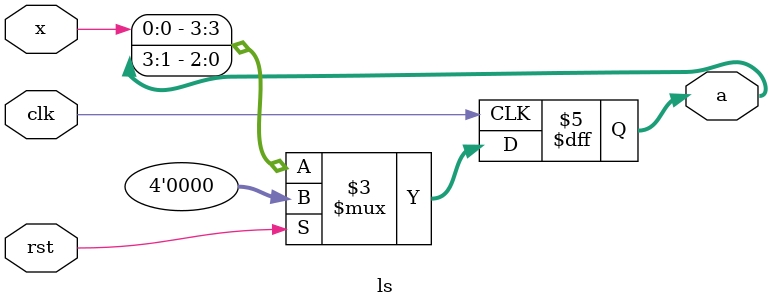
<source format=v>
`timescale 1ns/1ps
module ls(clk,rst,x,a);
 input wire clk;
 input wire rst;
 input wire x;
 output reg [3:0] a;
 
 always @ (posedge clk)
 begin
        if(rst)
        begin
          a=4'b0000;
        end
        else
        a={x,a[3:1]};
        
            
    end


    
endmodule
</source>
